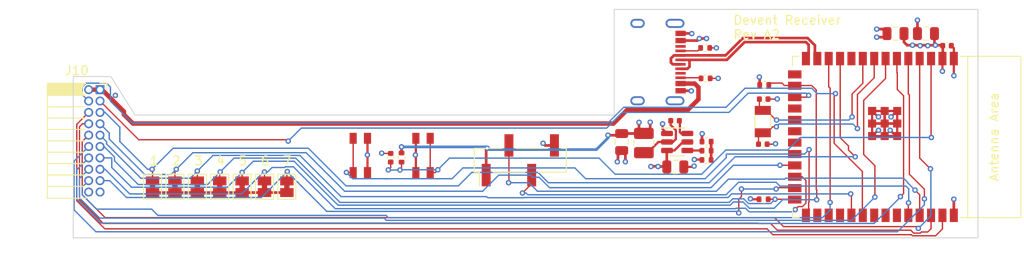
<source format=kicad_pcb>
(kicad_pcb (version 20240108) (generator "pcbnew") (generator_version "8.0")
  (layers (0 "F.Cu" signal) (1 "In1.Cu" signal) (2 "In2.Cu" signal) (31 "B.Cu" signal) (34 "B.Paste" user) (35 "F.Paste" user) (36 "B.SilkS" user "B.Silkscreen") (37 "F.SilkS" user "F.Silkscreen") (38 "B.Mask" user) (39 "F.Mask" user) (44 "Edge.Cuts" user))
  (net 0 "")
  (net 1 "+5V")
  (net 3 "/PWM_RCV_1")
  (net 5 "GND")
  (net 6 "/DOG_1")
  (net 8 "/PWM_RCV_2")
  (net 10 "/DOG_2")
  (net 12 "/PWM_RCV_3")
  (net 14 "/DOG_3")
  (net 18 "+3.3V")
  (net 19 "/DOG_5")
  (net 20 "/DOG_4")
  (net 21 "Net-(U2-GPIO19{slash}U1RTS{slash}ADC2_CH8{slash}CLK_OUT2{slash}USB_D-)")
  (net 22 "Net-(U2-GPIO20{slash}U1CTS{slash}ADC2_CH9{slash}CLK_OUT1{slash}USB_D+)")
  (net 23 "/PWM_RCV_5")
  (net 27 "/PWM_RCV_4")
  (net 28 "/PWM_RCV_6")
  (net 29 "/DOG_6")
  (net 30 "Net-(J6-CC2)")
  (net 31 "Net-(J6-CC1)")
  (net 32 "Net-(J8-Pin_3)")
  (net 33 "Net-(J8-Pin_2)")
  (net 36 "Net-(U1-SW)")
  (net 37 "Net-(U1-FB)")
  (net 39 "Net-(R6-Pad1)")
  (net 40 "Net-(U1-BS)")
  (net 41 "Net-(U2-EN)")
  (net 42 "Net-(U2-GPIO15{slash}U0RTS{slash}ADC2_CH4{slash}XTAL_32K_P)")
  (net 43 "Net-(U2-GPIO16{slash}U0CTS{slash}ADC2_CH5{slash}XTAL_32K_N)")
  (net 44 "Net-(U2-GPIO0{slash}BOOT)")
  (net 45 "Net-(JP10-B)")
  (net 46 "/DOG_7")
  (net 47 "/PWM_SEND")
  (net 48 "/PWM_RCV_7")
  (net 49 "/INDICATOR")
  (footprint "Jumper:SolderJumper-2_P1.3mm_Bridged_Pad1.0x1.5mm" (layer "F.Cu") (at 71.35 66.3 -90)
    (property "Reference" "JP13" (hide yes))
    (property "Value" "Jumper_2_Bridged" (hide yes))
  )
  (footprint "Capacitor_SMD:C_0402_1005Metric" (layer "F.Cu") (at 85.44 63.06 -90)
    (property "Reference" "C3" (hide yes))
    (property "Value" "2.2u" (hide yes))
  )
  (footprint "Capacitor_SMD:C_0805_2012Metric" (layer "F.Cu") (at 111.22625 61.31 90)
    (property "Reference" "C7" (hide yes))
    (property "Value" "22u" (hide yes))
  )
  (footprint "Connector_PinHeader_2.54mm:PinHeader_1x04_P2.54mm_Vertical_SMD_Pin1Left" (layer "F.Cu") (at 99.91 63.345 90)
    (property "Reference" "J8" (hide yes))
    (property "Value" "Conn_01x04_Pin")
  )
  (footprint "Jumper:SolderJumper-2_P1.3mm_Bridged_Pad1.0x1.5mm" (layer "F.Cu") (at 68.85 66.3 -90)
    (property "Reference" "JP12" (hide yes))
    (property "Value" "Jumper_2_Bridged" (hide yes))
  )
  (footprint "Capacitor_SMD:C_0402_1005Metric" (layer "F.Cu") (at 147.55 50.55 180)
    (property "Reference" "C5" (hide yes))
    (property "Value" "100n" (hide yes))
  )
  (footprint "Capacitor_SMD:C_0805_2012Metric" (layer "F.Cu") (at 117.21625 64.08 180)
    (property "Reference" "C6" (hide yes))
    (property "Value" "22u" (hide yes))
  )
  (footprint "Inductor_SMD:L_1008_2520Metric" (layer "F.Cu") (at 113.70625 61.42 90)
    (property "Reference" "L1" (hide yes))
    (property "Value" "2.2uH" (hide yes))
  )
  (footprint "Resistor_SMD:R_0402_1005Metric" (layer "F.Cu") (at 127.075 67.695 180)
    (property "Reference" "R5" (hide yes))
    (property "Value" "10K" (hide yes))
  )
  (footprint "Resistor_SMD:R_0402_1005Metric" (layer "F.Cu") (at 86.65 63.04 -90)
    (property "Reference" "R1" (hide yes))
    (property "Value" "10K" (hide yes))
  )
  (footprint "Package_TO_SOT_SMD:SOT-23-6" (layer "F.Cu") (at 117.42625 61.3)
    (property "Reference" "U1" (hide yes))
    (property "Value" "TD8102" (hide yes))
  )
  (footprint "Resistor_SMD:R_0402_1005Metric" (layer "F.Cu") (at 127.145 54.925 180)
    (property "Reference" "R4" (hide yes))
    (property "Value" "10K" (hide yes))
  )
  (footprint "Devent:USB-C" (layer "F.Cu") (at 113 52.38 -90)
    (property "Reference" "J6" (hide yes))
    (property "Value" "USB_C_Receptacle_USB2.0" (hide yes))
  )
  (footprint "Capacitor_SMD:C_0402_1005Metric" (layer "F.Cu") (at 127.085 56.515 180)
    (property "Reference" "C1" (hide yes))
    (property "Value" "18pF" (hide yes))
  )
  (footprint "Devent:TSA343G0" (layer "F.Cu") (at 82.05 62.805 90)
    (property "Reference" "SW1" (hide yes))
    (property "Value" "SW_Push" (hide yes))
  )
  (footprint "Capacitor_SMD:C_0805_2012Metric" (layer "F.Cu") (at 141.8 49.2)
    (property "Reference" "C14" (hide yes))
    (property "Value" "22u" (hide yes))
  )
  (footprint "Capacitor_SMD:C_0805_2012Metric" (layer "F.Cu") (at 145.2 49.2)
    (property "Reference" "C4" (hide yes))
    (property "Value" "22u" (hide yes))
  )
  (footprint "Resistor_SMD:R_0402_1005Metric" (layer "F.Cu") (at 120.70125 63.305)
    (property "Reference" "R7" (hide yes))
    (property "Value" "13K" (hide yes))
  )
  (footprint "Resistor_SMD:R_0402_1005Metric" (layer "F.Cu") (at 120.55 50.8 180)
    (property "Reference" "R3" (hide yes))
    (property "Value" "5.1K" (hide yes))
  )
  (footprint "Devent:TSA343G0" (layer "F.Cu") (at 89.05 62.805 90)
    (property "Reference" "SW2" (hide yes))
    (property "Value" "SW_Push" (hide yes))
  )
  (footprint "Jumper:SolderJumper-2_P1.3mm_Bridged_Pad1.0x1.5mm" (layer "F.Cu") (at 66.35 66.3 -90)
    (property "Reference" "JP11" (hide yes))
    (property "Value" "Jumper_2_Bridged" (hide yes))
  )
  (footprint "Connector_PinSocket_1.27mm:PinSocket_2x10_P1.27mm_Horizontal" (layer "F.Cu") (at 52.99 55.46)
    (property "Reference" "J10")
    (property "Value" "Conn_02x10_Odd_Even")
  )
  (footprint "Jumper:SolderJumper-2_P1.3mm_Bridged_Pad1.0x1.5mm" (layer "F.Cu") (at 73.85 66.3 -90)
    (property "Reference" "JP14" (hide yes))
    (property "Value" "Jumper_2_Bridged" (hide yes))
  )
  (footprint "Crystal:Crystal_SMD_3215-2Pin_3.2x1.5mm" (layer "F.Cu") (at 126.985 59.025 -90)
    (property "Reference" "Y1" (hide yes))
    (property "Value" "Crystal" (hide yes))
  )
  (footprint "Jumper:SolderJumper-2_P1.3mm_Bridged_Pad1.0x1.5mm" (layer "F.Cu") (at 58.85 66.3 -90)
    (property "Reference" "JP8" (hide yes))
    (property "Value" "Jumper_2_Bridged" (hide yes))
  )
  (footprint "Capacitor_SMD:C_0402_1005Metric" (layer "F.Cu") (at 117.18625 58.93)
    (property "Reference" "C8" (hide yes))
    (property "Value" "100n" (hide yes))
  )
  (footprint "Resistor_SMD:R_0402_1005Metric" (layer "F.Cu") (at 120.70625 61.26 180)
    (property "Reference" "R6" (hide yes))
    (property "Value" "40.2K" (hide yes))
  )
  (footprint "PCM_Espressif:ESP32-S3-WROOM-1" (layer "F.Cu") (at 140.05 60.74 -90)
    (property "Reference" "U2" (hide yes))
    (property "Value" "ESP32-S3-WROOM-1" (hide yes))
  )
  (footprint "Capacitor_SMD:C_0402_1005Metric" (layer "F.Cu") (at 126.985 61.545)
    (property "Reference" "C2" (hide yes))
    (property "Value" "18pF" (hide yes))
  )
  (footprint "Jumper:SolderJumper-2_P1.3mm_Bridged_Pad1.0x1.5mm" (layer "F.Cu") (at 63.85 66.3 -90)
    (property "Reference" "JP10" (hide yes))
    (property "Value" "Jumper_2_Bridged" (hide yes))
  )
  (footprint "Resistor_SMD:R_0402_1005Metric" (layer "F.Cu") (at 120.70625 62.28)
    (property "Reference" "R8" (hide yes))
    (property "Value" "75K" (hide yes))
  )
  (footprint "Jumper:SolderJumper-2_P1.3mm_Bridged_Pad1.0x1.5mm" (layer "F.Cu") (at 61.35 66.3 -90)
    (property "Reference" "JP9" (hide yes))
    (property "Value" "Jumper_2_Bridged" (hide yes))
  )
  (footprint "Resistor_SMD:R_0402_1005Metric" (layer "F.Cu") (at 120.6 54.2 180)
    (property "Reference" "R2" (hide yes))
    (property "Value" "5.1K" (hide yes))
  )
  (gr_line (start 50 54) (end 54.2 54) (stroke (width 0.1)) (layer "Edge.Cuts"))
  (gr_line (start 110.4 58.3) (end 110.4 46.5) (stroke (width 0.1)) (layer "Edge.Cuts"))
  (gr_line (start 54.2 54) (end 56.9 58.3) (stroke (width 0.1)) (layer "Edge.Cuts"))
  (gr_line (start 50 54) (end 50 72) (stroke (width 0.1)) (layer "Edge.Cuts"))
  (gr_line (start 110.4 46.5) (end 151 46.5) (stroke (width 0.1)) (layer "Edge.Cuts"))
  (gr_line (start 56.9 58.3) (end 110.4 58.3) (stroke (width 0.1)) (layer "Edge.Cuts"))
  (gr_line (start 50 72) (end 151 72) (stroke (width 0.1)) (layer "Edge.Cuts"))
  (gr_line (start 151 46.5) (end 151 72) (stroke (width 0.1)) (layer "Edge.Cuts"))
  (gr_text "Devent Receiver\nRev A2" (at 123.6 49.9 0) (layer "F.SilkS") (effects (font (size 1 1)) (justify left bottom)))
  (gr_text "1  2  3  4  5  6  7" (at 58.45 64 0) (layer "F.SilkS") (effects (font (size 1 1)) (justify left bottom)))
  (segment (start 117.805 54.78) (end 119.38 54.78) (width 0.5) (layer "F.Cu") (net 1))
  (segment (start 115.29125 64.04) (end 116.22625 64.04) (width 0.3) (layer "F.Cu") (net 1))
  (segment (start 119.9 49.75) (end 120.7 49.75) (width 0.3) (layer "F.Cu") (net 1))
  (segment (start 55.651471 57.9) (end 53.211471 55.46) (width 0.5) (layer "F.Cu") (net 1))
  (segment (start 53.211471 55.46) (end 52.99 55.46) (width 0.5) (layer "F.Cu") (net 1))
  (segment (start 55.651471 58.229818) (end 55.651471 57.9) (width 0.5) (layer "F.Cu") (net 1))
  (segment (start 114.51625 64.015) (end 115.26625 64.015) (width 0.3) (layer "F.Cu") (net 1))
  (segment (start 56.664867 59.243214) (end 55.651471 58.229818) (width 0.5) (layer "F.Cu") (net 1))
  (segment (start 118.09125 61.275) (end 118.10125 61.285) (width 0.25) (layer "F.Cu") (net 1))
  (segment (start 116.28875 62.25) (end 117.11625 62.25) (width 0.25) (layer "F.Cu") (net 1))
  (segment (start 116.22625 64.04) (end 116.26625 64.08) (width 0.3) (layer "F.Cu") (net 1))
  (segment (start 118.10125 61.285) (end 118.64125 61.285) (width 0.25) (layer "F.Cu") (net 1))
  (segment (start 110.306786 59.243214) (end 56.664867 59.243214) (width 0.5) (layer "F.Cu") (net 1))
  (segment (start 117.805 49.98) (end 119.67 49.98) (width 0.3) (layer "F.Cu") (net 1))
  (segment (start 111.85 57.7) (end 110.306786 59.243214) (width 0.5) (layer "F.Cu") (net 1))
  (segment (start 115.26625 64.015) (end 115.29125 64.04) (width 0.3) (layer "F.Cu") (net 1))
  (segment (start 116.26625 64.08) (end 116.26625 62.23) (width 0.3) (layer "F.Cu") (net 1))
  (segment (start 119.8 56.534704) (end 118.634704 57.7) (width 0.5) (layer "F.Cu") (net 1))
  (segment (start 119.38 54.78) (end 119.8 55.2) (width 0.5) (layer "F.Cu") (net 1))
  (segment (start 116.26625 62.23) (end 116.27125 62.225) (width 0.3) (layer "F.Cu") (net 1))
  (segment (start 118.634704 57.7) (end 111.85 57.7) (width 0.5) (layer "F.Cu") (net 1))
  (segment (start 114.49125 64.04) (end 114.51625 64.015) (width 0.3) (layer "F.Cu") (net 1))
  (segment (start 119.8 55.2) (end 119.8 56.534704) (width 0.5) (layer "F.Cu") (net 1))
  (segment (start 52.99 55.46) (end 51.72 55.46) (width 0.5) (layer "F.Cu") (net 1))
  (segment (start 117.11625 62.25) (end 118.09125 61.275) (width 0.25) (layer "F.Cu") (net 1))
  (segment (start 119.67 49.98) (end 119.9 49.75) (width 0.3) (layer "F.Cu") (net 1))
  (via (at 115.29125 64.04) (size 0.6) (drill 0.3) (layers "F.Cu" "B.Cu") (net 1))
  (via (at 119.9 49.75) (size 0.6) (drill 0.3) (layers "F.Cu" "B.Cu") (net 1))
  (via (at 114.49125 64.04) (size 0.6) (drill 0.3) (layers "F.Cu" "B.Cu") (net 1))
  (via (at 120.7 49.75) (size 0.6) (drill 0.3) (layers "F.Cu" "B.Cu") (net 1))
  (segment (start 136.55 61.75) (end 136.55 62.2) (width 0.15) (layer "F.Cu") (net 3))
  (segment (start 135.625 52.005) (end 135.625 60.825) (width 0.15) (layer "F.Cu") (net 3))
  (segment (start 135.61 51.99) (end 135.625 52.005) (width 0.15) (layer "F.Cu") (net 3))
  (segment (start 135.625 60.825) (end 136.55 61.75) (width 0.15) (layer "F.Cu") (net 3))
  (segment (start 136.55 62.2) (end 137.3 62.95) (width 0.15) (layer "F.Cu") (net 3))
  (segment (start 58.85 65.65) (end 58.85 64.4) (width 0.15) (layer "F.Cu") (net 3))
  (segment (start 58.85 64.4) (end 58.8 64.35) (width 0.15) (layer "F.Cu") (net 3))
  (via (at 137.3 62.95) (size 0.6) (drill 0.3) (layers "F.Cu" "B.Cu") (net 3))
  (via (at 58.8 64.35) (size 0.6) (drill 0.3) (layers "F.Cu" "B.Cu") (net 3))
  (segment (start 55.2 61.25) (end 55.2 59.65) (width 0.15) (layer "B.Cu") (net 3))
  (segment (start 58.8 64.35) (end 58.3 64.35) (width 0.15) (layer "B.Cu") (net 3))
  (segment (start 103.041701 65.85) (end 121 65.85) (width 0.15) (layer "B.Cu") (net 3))
  (segment (start 58.8 64.35) (end 61.15 62) (width 0.15) (layer "B.Cu") (net 3))
  (segment (start 93 66.2) (end 94.5 64.7) (width 0.15) (layer "B.Cu") (net 3))
  (segment (start 61.15 62) (end 76.25 62) (width 0.15) (layer "B.Cu") (net 3))
  (segment (start 58.3 64.35) (end 55.2 61.25) (width 0.15) (layer "B.Cu") (net 3))
  (segment (start 76.25 62) (end 80.45 66.2) (width 0.15) (layer "B.Cu") (net 3))
  (segment (start 53.55 58) (end 52.99 58) (width 0.15) (layer "B.Cu") (net 3))
  (segment (start 80.45 66.2) (end 93 66.2) (width 0.15) (layer "B.Cu") (net 3))
  (segment (start 94.5 64.7) (end 101.891701 64.7) (width 0.15) (layer "B.Cu") (net 3))
  (segment (start 101.891701 64.7) (end 103.041701 65.85) (width 0.15) (layer "B.Cu") (net 3))
  (segment (start 55.2 59.65) (end 53.55 58) (width 0.15) (layer "B.Cu") (net 3))
  (segment (start 121 65.85) (end 123.9 62.95) (width 0.15) (layer "B.Cu") (net 3))
  (segment (start 123.9 62.95) (end 137.3 62.95) (width 0.15) (layer "B.Cu") (net 3))
  (segment (start 110.74125 63.515) (end 110.81125 63.445) (width 0.3) (layer "F.Cu") (net 5))
  (segment (start 82.84 62.75) (end 82.85 62.74) (width 0.25) (layer "F.Cu") (net 5))
  (segment (start 82.84 62.75) (end 82.85 62.76) (width 0.25) (layer "F.Cu") (net 5))
  (segment (start 111.64125 62.575) (end 111.64125 63.505) (width 0.3) (layer "F.Cu") (net 5))
  (segment (start 139.19 59.24) (end 141.94 59.24) (width 0.3) (layer "F.Cu") (net 5))
  (segment (start 148.31 50.83) (end 148.03 50.55) (width 0.25) (layer "F.Cu") (net 5))
  (segment (start 148.31 69.49) (end 148.31 67.69) (width 0.3) (layer "F.Cu") (net 5))
  (segment (start 141.99 60.59) (end 142.1 60.7) (width 0.25) (layer "F.Cu") (net 5))
  (segment (start 121.11 54.2) (end 122 54.2) (width 0.15) (layer "F.Cu") (net 5))
  (segment (start 139.19 60.64) (end 139.19 58.01) (width 0.25) (layer "F.Cu") (net 5))
  (segment (start 82.85 62.74) (end 82.85 60.8925) (width 0.25) (layer "F.Cu") (net 5))
  (segment (start 140.59 57.84) (end 140.59 60.69) (width 0.3) (layer "F.Cu") (net 5))
  (segment (start 139.9 58.5) (end 139.85 58.5) (width 0.25) (layer "F.Cu") (net 5))
  (segment (start 140.59 60.69) (end 140.6 60.7) (width 0.3) (layer "F.Cu") (net 5))
  (segment (start 139.83 60) (end 139.19 60.64) (width 0.25) (layer "F.Cu") (net 5))
  (segment (start 140.45 49.6) (end 140.85 49.2) (width 0.3) (layer "F.Cu") (net 5))
  (segment (start 120.15125 63.265) (end 120.19125 63.305) (width 0.25) (layer "F.Cu") (net 5))
  (segment (start 139.7 49.6) (end 140.45 49.6) (width 0.3) (layer "F.Cu") (net 5))
  (segment (start 119.03 49.18) (end 119.05 49.2) (width 0.3) (layer "F.Cu") (net 5))
  (segment (start 126.635 54.925) (end 126.635 54.085) (width 0.3) (layer "F.Cu") (net 5))
  (segment (start 141.94 59.24) (end 142 59.3) (width 0.3) (layer "F.Cu") (net 5))
  (segment (start 141.84 60.64) (end 141.99 60.64) (width 0.25) (layer "F.Cu") (net 5))
  (segment (start 144.25 49.2) (end 144.25 47.7) (width 0.3) (layer "F.Cu") (net 5))
  (segment (start 125.644846 67.695) (end 125.599846 67.65) (width 0.25) (layer "F.Cu") (net 5))
  (segment (start 103.72 61.69) (end 102.69 61.69) (width 0.3) (layer "F.Cu") (net 5))
  (segment (start 110.81125 62.775) (end 111.25125 62.335) (width 0.3) (layer "F.Cu") (net 5))
  (segment (start 111.47125 62.405) (end 111.64125 62.575) (width 0.3) (layer "F.Cu") (net 5))
  (segment (start 116.28875 60.35) (end 115.789844 59.851094) (width 0.25) (layer "F.Cu") (net 5))
  (segment (start 127.465 61.545) (end 128.355 61.545) (width 0.15) (layer "F.Cu") (net 5))
  (segment (start 88.25 62.7) (end 88.25 60.8925) (width 0.25) (layer "F.Cu") (net 5))
  (segment (start 121.8 50.8) (end 121.06 50.8) (width 0.15) (layer "F.Cu") (net 5))
  (segment (start 141.96 57.84) (end 141.99 57.84) (width 0.25) (layer "F.Cu") (net 5))
  (segment (start 88.2 62.75) (end 88.25 62.8) (width 0.25) (layer "F.Cu") (net 5))
  (segment (start 88.25 62.8) (end 88.25 64.7175) (width 0.25) (layer "F.Cu") (net 5))
  (segment (start 117.805 49.18) (end 119.03 49.18) (width 0.3) (layer "F.Cu") (net 5))
  (segment (start 139.24 60.64) (end 139.2 60.6) (width 0.25) (layer "F.Cu") (net 5))
  (segment (start 141.99 57.84) (end 141.99 60.59) (width 0.25) (layer "F.Cu") (net 5))
  (segment (start 148.31 53.89) (end 148.32 53.9) (width 0.25) (layer "F.Cu") (net 5))
  (segment (start 139.19 57.84) (end 142.16 57.84) (width 0.25) (layer "F.Cu") (net 5))
  (segment (start 139.19 58.01) (end 139.2 58) (width 0.25) (layer "F.Cu") (net 5))
  (segment (start 115.789844 59.851094) (end 115.789844 59.278835) (width 0.25) (layer "F.Cu") (net 5))
  (segment (start 102.69 61.69) (end 102.45 61.45) (width 0.3) (layer "F.Cu") (net 5))
  (segment (start 139.9 60) (end 139.83 60) (width 0.25) (layer "F.Cu") (net 5))
  (segment (start 126.635 54.085) (end 126.6 54.05) (width 0.3) (layer "F.Cu") (net 5))
  (segment (start 141.2 60) (end 141.84 60.64) (width 0.25) (layer "F.Cu") (net 5))
  (segment (start 128.585 56.515) (end 128.6 56.5) (width 0.15) (layer "F.Cu") (net 5))
  (segment (start 117.805 55.58) (end 118.98 55.58) (width 0.3) (layer "F.Cu") (net 5))
  (segment (start 119.220309 64.08) (end 119.310309 63.99) (width 0.25) (layer "F.Cu") (net 5))
  (segment (start 141.3 58.5) (end 141.96 57.84) (width 0.25) (layer "F.Cu") (net 5))
  (segment (start 82.85 62.76) (end 82.85 64.7175) (width 0.25) (layer "F.Cu") (net 5))
  (segment (start 148.31 51.99) (end 148.31 53.89) (width 0.25) (layer "F.Cu") (net 5))
  (segment (start 118.16625 64.08) (end 119.220309 64.08) (width 0.25) (layer "F.Cu") (net 5))
  (segment (start 84.47 62.58) (end 84.435 62.545) (width 0.15) (layer "F.Cu") (net 5))
  (segment (start 127.565 56.515) (end 128.585 56.515) (width 0.15) (layer "F.Cu") (net 5))
  (segment (start 142.16 57.84) (end 142.2 57.8) (width 0.25) (layer "F.Cu") (net 5))
  (segment (start 139.85 58.5) (end 139.19 57.84) (width 0.25) (layer "F.Cu") (net 5))
  (segment (start 139.7 48.7) (end 140.35 48.7) (width 0.3) (layer "F.Cu") (net 5))
  (segment (start 141.99 60.64) (end 139.24 60.64) (width 0.25) (layer "F.Cu") (net 5))
  (segment (start 140.35 48.7) (end 140.85 49.2) (width 0.3) (layer "F.Cu") (net 5))
  (segment (start 126.565 67.695) (end 125.644846 67.695) (width 0.25) (layer "F.Cu") (net 5))
  (segment (start 119.34125 63.265) (end 120.15125 63.265) (width 0.25) (layer "F.Cu") (net 5))
  (segment (start 110.81125 63.445) (end 110.81125 62.775) (width 0.3) (layer "F.Cu") (net 5))
  (segment (start 118.98 55.58) (end 119 55.6) (width 0.3) (layer "F.Cu") (net 5))
  (segment (start 85.44 62.58) (end 84.47 62.58) (width 0.15) (layer "F.Cu") (net 5))
  (segment (start 128.355 61.545) (end 128.4 61.5) (width 0.15) (layer "F.Cu") (net 5))
  (segment (start 148.31 51.99) (end 148.31 50.83) (width 0.25) (layer "F.Cu") (net 5))
  (segment (start 88.2 62.75) (end 88.25 62.7) (width 0.25) (layer "F.Cu") (net 5))
  (via (at 141.2 60) (size 0.6) (drill 0.3) (layers "F.Cu" "B.Cu") (net 5))
  (via (at 111.64125 63.505) (size 0.6) (drill 0.3) (layers "F.Cu" "B.Cu") (net 5))
  (via (at 141.3 58.5) (size 0.6) (drill 0.3) (layers "F.Cu" "B.Cu") (net 5))
  (via (at 119.05 49.2) (size 0.6) (drill 0.3) (layers "F.Cu" "B.Cu") (net 5))
  (via (at 110.74125 63.515) (size 0.6) (drill 0.3) (layers "F.Cu" "B.Cu") (net 5))
  (via (at 139.7 48.7) (size 0.6) (drill 0.3) (layers "F.Cu" "B.Cu") (net 5))
  (via (at 119.34125 63.265) (size 0.6) (drill 0.3) (layers "F.Cu" "B.Cu") (net 5))
  (via (at 148.32 53.9) (size 0.6) (drill 0.3) (layers "F.Cu" "B.Cu") (net 5))
  (via (at 119 55.6) (size 0.6) (drill 0.3) (layers "F.Cu" "B.Cu") (net 5))
  (via (at 126.6 54.05) (size 0.6) (drill 0.3) (layers "F.Cu" "B.Cu") (net 5))
  (via (at 148.31 67.69) (size 0.6) (drill 0.3) (layers "F.Cu" "B.Cu") (net 5))
  (via (at 139.7 49.6) (size 0.6) (drill 0.3) (layers "F.Cu" "B.Cu") (net 5))
  (via (at 88.2 62.75) (size 0.6) (drill 0.3) (layers "F.Cu" "B.Cu") (net 5))
  (via (at 54.7 56.1) (size 0.6) (drill 0.3) (layers "F.Cu" "B.Cu") (net 5))
  (via (at 84.435 62.545) (size 0.6) (drill 0.3) (layers "F.Cu" "B.Cu") (net 5))
  (via (at 128.4 61.5) (size 0.6) (drill 0.3) (layers "F.Cu" "B.Cu") (net 5))
  (via (at 102.45 61.45) (size 0.6) (drill 0.3) (layers "F.Cu" "B.Cu") (net 5))
  (via (at 139.9 58.5) (size 0.6) (drill 0.3) (layers "F.Cu" "B.Cu") (net 5))
  (via (at 128.6 56.5) (size 0.6) (drill 0.3) (layers "F.Cu" "B.Cu") (net 5))
  (via (at 121.8 50.8) (size 0.6) (drill 0.3) (layers "F.Cu" "B.Cu") (net 5))
  (via (at 125.599846 67.65) (size 0.6) (drill 0.3) (layers "F.Cu" "B.Cu") (net 5))
  (via (at 122 54.2) (size 0.6) (drill 0.3) (layers "F.Cu" "B.Cu") (net 5))
  (via (at 82.84 62.75) (size 0.6) (drill 0.3) (layers "F.Cu" "B.Cu") (net 5))
  (via (at 119.310309 63.99) (size 0.6) (drill 0.3) (layers "F.Cu" "B.Cu") (net 5))
  (via (at 115.789844 59.278835) (size 0.6) (drill 0.3) (layers "F.Cu" "B.Cu") (net 5))
  (via (at 144.25 47.7) (size 0.6) (drill 0.3) (layers "F.Cu" "B.Cu") (net 5))
  (via (at 139.9 60) (size 0.6) (drill 0.3) (layers "F.Cu" "B.Cu") (net 5))
  (segment (start 128.1 71.65) (end 143.575736 71.65) (width 0.15) (layer "F.Cu") (net 6))
  (segment (start 147.04 71.01) (end 147.04 69.49) (width 0.15) (layer "F.Cu") (net 6))
  (segment (start 146.275 71.775) (end 147.04 71.01) (width 0.15) (layer "F.Cu") (net 6))
  (segment (start 143.700736 71.775) (end 146.275 71.775) (width 0.15) (layer "F.Cu") (net 6))
  (segment (start 50.395 59.325) (end 50.395 67.869264) (width 0.15) (layer "F.Cu") (net 6))
  (segment (start 50.395 67.869264) (end 53.525736 71) (width 0.15) (layer "F.Cu") (net 6))
  (segment (start 53.525736 71) (end 127.45 71) (width 0.15) (layer "F.Cu") (net 6))
  (segment (start 143.575736 71.65) (end 143.700736 71.775) (width 0.15) (layer "F.Cu") (net 6))
  (segment (start 127.45 71) (end 128.1 71.65) (width 0.15) (layer "F.Cu") (net 6))
  (segment (start 51.72 58) (end 50.395 59.325) (width 0.15) (layer "F.Cu") (net 6))
  (segment (start 61.35 64.5) (end 61.5 64.35) (width 0.15) (layer "F.Cu") (net 8))
  (segment (start 130.4 63.9) (end 128.900002 63.9) (width 0.15) (layer "F.Cu") (net 8))
  (segment (start 61.35 65.65) (end 61.35 64.5) (width 0.15) (layer "F.Cu") (net 8))
  (via (at 61.5 64.35) (size 0.6) (drill 0.3) (layers "F.Cu" "B.Cu") (net 8))
  (via (at 128.900002 63.9) (size 0.6) (drill 0.3) (layers "F.Cu" "B.Cu") (net 8))
  (segment (start 97.5 65) (end 101.042563 65) (width 0.15) (layer "B.Cu") (net 8))
  (segment (start 76 62.5) (end 80.3 66.8) (width 0.15) (layer "B.Cu") (net 8))
  (segment (start 54.015 60.965) (end 54.015 60.295) (width 0.15) (layer "B.Cu") (net 8))
  (segment (start 95.7 66.8) (end 97.5 65) (width 0.15) (layer "B.Cu") (net 8))
  (segment (start 54.015 60.295) (end 52.99 59.27) (width 0.15) (layer "B.Cu") (net 8))
  (segment (start 61.5 64.35) (end 60.925 64.925) (width 0.15) (layer "B.Cu") (net 8))
  (segment (start 103.167437 66.4) (end 121.2 66.4) (width 0.15) (layer "B.Cu") (net 8))
  (segment (start 123.7 63.9) (end 128.900002 63.9) (width 0.15) (layer "B.Cu") (net 8))
  (segment (start 57.975 64.925) (end 54.015 60.965) (width 0.15) (layer "B.Cu") (net 8))
  (segment (start 102.012437 65.245) (end 103.167437 66.4) (width 0.15) (layer "B.Cu") (net 8))
  (segment (start 101.287563 65.245) (end 102.012437 65.245) (width 0.15) (layer "B.Cu") (net 8))
  (segment (start 61.5 64.35) (end 63.35 62.5) (width 0.15) (layer "B.Cu") (net 8))
  (segment (start 101.042563 65) (end 101.287563 65.245) (width 0.15) (layer "B.Cu") (net 8))
  (segment (start 80.3 66.8) (end 95.7 66.8) (width 0.15) (layer "B.Cu") (net 8))
  (segment (start 60.925 64.925) (end 57.975 64.925) (width 0.15) (layer "B.Cu") (net 8))
  (segment (start 121.2 66.4) (end 123.7 63.9) (width 0.15) (layer "B.Cu") (net 8))
  (segment (start 63.35 62.5) (end 76 62.5) (width 0.15) (layer "B.Cu") (net 8))
  (segment (start 128.6 71.15) (end 127.85 70.4) (width 0.15) (layer "F.Cu") (net 10))
  (segment (start 51.03 59.27) (end 51.72 59.27) (width 0.15) (layer "F.Cu") (net 10))
  (segment (start 144.692463 71.35) (end 144.567463 71.475) (width 0.15) (layer "F.Cu") (net 10))
  (segment (start 145.77 70.98) (end 145.4 71.35) (width 0.15) (layer "F.Cu") (net 10))
  (segment (start 145.77 69.49) (end 145.77 70.98) (width 0.15) (layer "F.Cu") (net 10))
  (segment (start 53.35 70.4) (end 50.695 67.745) (width 0.15) (layer "F.Cu") (net 10))
  (segment (start 144.567463 71.475) (end 143.825 71.475) (width 0.15) (layer "F.Cu") (net 10))
  (segment (start 127.85 70.4) (end 53.35 70.4) (width 0.15) (layer "F.Cu") (net 10))
  (segment (start 143.5 71.15) (end 128.6 71.15) (width 0.15) (layer "F.Cu") (net 10))
  (segment (start 50.695 59.605) (end 51.03 59.27) (width 0.15) (layer "F.Cu") (net 10))
  (segment (start 50.695 67.745) (end 50.695 59.605) (width 0.15) (layer "F.Cu") (net 10))
  (segment (start 145.4 71.35) (end 144.692463 71.35) (width 0.15) (layer "F.Cu") (net 10))
  (segment (start 143.825 71.475) (end 143.5 71.15) (width 0.15) (layer "F.Cu") (net 10))
  (segment (start 63.85 65.65) (end 63.85 64.55) (width 0.15) (layer "F.Cu") (net 12))
  (segment (start 136.88 67.18) (end 136.8 67.1) (width 0.15) (layer "F.Cu") (net 12))
  (segment (start 136.88 69.49) (end 136.88 67.18) (width 0.15) (layer "F.Cu") (net 12))
  (via (at 63.85 64.55) (size 0.6) (drill 0.3) (layers "F.Cu" "B.Cu") (net 12))
  (via (at 136.8 67.1) (size 0.6) (drill 0.3) (layers "F.Cu" "B.Cu") (net 12))
  (segment (start 100.367463 67.525) (end 100.392463 67.5) (width 0.15) (layer "B.Cu") (net 12))
  (segment (start 63.85 64.55) (end 65.6 62.8) (width 0.15) (layer "B.Cu") (net 12))
  (segment (start 65.6 62.8) (end 75.3 62.8) (width 0.15) (layer "B.Cu") (net 12))
  (segment (start 96.15 67.4) (end 96.275 67.525) (width 0.15) (layer "B.Cu") (net 12))
  (segment (start 123.1 67.5) (end 123.5 67.1) (width 0.15) (layer "B.Cu") (net 12))
  (segment (start 75.3 62.8) (end 79.9 67.4) (width 0.15) (layer "B.Cu") (net 12))
  (segment (start 123.5 67.1) (end 136.8 67.1) (width 0.15) (layer "B.Cu") (net 12))
  (segment (start 96.275 67.525) (end 100.367463 67.525) (width 0.15) (layer "B.Cu") (net 12))
  (segment (start 53.715 61.265) (end 52.99 60.54) (width 0.15) (layer "B.Cu") (net 12))
  (segment (start 57.55 65.35) (end 53.715 61.515) (width 0.15) (layer "B.Cu") (net 12))
  (segment (start 63.05 65.35) (end 57.55 65.35) (width 0.15) (layer "B.Cu") (net 12))
  (segment (start 63.85 64.55) (end 63.05 65.35) (width 0.15) (layer "B.Cu") (net 12))
  (segment (start 53.715 61.515) (end 53.715 61.265) (width 0.15) (layer "B.Cu") (net 12))
  (segment (start 79.9 67.4) (end 96.15 67.4) (width 0.15) (layer "B.Cu") (net 12))
  (segment (start 100.392463 67.5) (end 123.1 67.5) (width 0.15) (layer "B.Cu") (net 12))
  (segment (start 53.554695 69.75) (end 50.995 67.190305) (width 0.15) (layer "F.Cu") (net 14))
  (segment (start 144.5 63.1) (end 144.5 51.99) (width 0.15) (layer "F.Cu") (net 14))
  (segment (start 128.3 69.75) (end 53.554695 69.75) (width 0.15) (layer "F.Cu") (net 14))
  (segment (start 50.995 67.190305) (end 50.995 61.265) (width 0.15) (layer "F.Cu") (net 14))
  (segment (start 144.35 70.95) (end 144.15 70.75) (width 0.15) (layer "F.Cu") (net 14))
  (segment (start 50.995 61.265) (end 51.72 60.54) (width 0.15) (layer "F.Cu") (net 14))
  (segment (start 144.15 70.75) (end 129.3 70.75) (width 0.15) (layer "F.Cu") (net 14))
  (segment (start 129.3 70.75) (end 128.3 69.75) (width 0.15) (layer "F.Cu") (net 14))
  (segment (start 145.7 64.3) (end 144.5 63.1) (width 0.15) (layer "F.Cu") (net 14))
  (via (at 145.7 64.3) (size 0.6) (drill 0.3) (layers "F.Cu" "B.Cu") (net 14))
  (via (at 144.35 70.95) (size 0.6) (drill 0.3) (layers "F.Cu" "B.Cu") (net 14))
  (segment (start 145.7 64.3) (end 145.75 64.35) (width 0.15) (layer "B.Cu") (net 14))
  (segment (start 145.75 64.35) (end 145.75 69.55) (width 0.15) (layer "B.Cu") (net 14))
  (segment (start 145.75 69.55) (end 144.35 70.95) (width 0.15) (layer "B.Cu") (net 14))
  (segment (start 147.08 50.56) (end 147.08 51.94) (width 0.3) (layer "F.Cu") (net 18))
  (segment (start 120.19625 60.39) (end 120.21125 60.375) (width 0.3) (layer "F.Cu") (net 18))
  (segment (start 96.2 62) (end 96.1 62.1) (width 0.3) (layer "F.Cu") (net 18))
  (segment (start 146.15 49.2) (end 146.15 50.4) (width 0.3) (layer "F.Cu") (net 18))
  (segment (start 143.1 50.5) (end 142.75 50.15) (width 0.3) (layer "F.Cu") (net 18))
  (segment (start 111.03625 60.55) (end 111.22625 60.36) (width 0.3) (layer "F.Cu") (net 18))
  (segment (start 114.29625 60.36) (end 114.41125 60.245) (width 0.3) (layer "F.Cu") (net 18))
  (segment (start 146.25 50.5) (end 143.1 50.5) (width 0.3) (layer "F.Cu") (net 18))
  (segment (start 142.75 50.15) (end 142.75 49.2) (width 0.3) (layer "F.Cu") (net 18))
  (segment (start 120.19625 61.26) (end 120.19625 60.39) (width 0.3) (layer "F.Cu") (net 18))
  (segment (start 114.41125 60.245) (end 114.41125 59.095) (width 0.3) (layer "F.Cu") (net 18))
  (segment (start 86.65 62.53) (end 86.65 61.85) (width 0.3) (layer "F.Cu") (net 18))
  (segment (start 147.04 53.4) (end 147.04 51.99) (width 0.25) (layer "F.Cu") (net 18))
  (segment (start 111.22625 60.36) (end 114.29625 60.36) (width 0.3) (layer "F.Cu") (net 18))
  (segment (start 146.25 50.5) (end 147.02 50.5) (width 0.3) (layer "F.Cu") (net 18))
  (segment (start 96.1 62.1) (end 96.1 65) (width 0.3) (layer "F.Cu") (net 18))
  (segment (start 111.22125 60.345) (end 111.20125 60.325) (width 0.25) (layer "F.Cu") (net 18))
  (segment (start 109.7 60.55) (end 111.03625 60.55) (width 0.3) (layer "F.Cu") (net 18))
  (segment (start 146.15 50.4) (end 146.25 50.5) (width 0.3) (layer "F.Cu") (net 18))
  (segment (start 113.16125 59.115) (end 113.16125 60.315) (width 0.3) (layer "F.Cu") (net 18))
  (segment (start 147.02 50.5) (end 147.08 50.56) (width 0.3) (layer "F.Cu") (net 18))
  (segment (start 113.70625 60.345) (end 111.22125 60.345) (width 0.25) (layer "F.Cu") (net 18))
  (segment (start 113.16125 60.315) (end 113.28125 60.435) (width 0.3) (layer "F.Cu") (net 18))
  (via (at 147.04 53.4) (size 0.6) (drill 0.3) (layers "F.Cu" "B.Cu") (net 18))
  (via (at 109.7 60.55) (size 0.6) (drill 0.3) (layers "F.Cu" "B.Cu") (net 18))
  (via (at 96.2 62) (size 0.6) (drill 0.3) (layers "F.Cu" "B.Cu") (net 18))
  (via (at 145.4 50.55) (size 0.6) (drill 0.3) (layers "F.Cu" "B.Cu") (net 18))
  (via (at 146.25 50.5) (size 0.6) (drill 0.3) (layers "F.Cu" "B.Cu") (net 18))
  (via (at 144.55 50.55) (size 0.6) (drill 0.3) (layers "F.Cu" "B.Cu") (net 18))
  (via (at 86.65 61.85) (size 0.6) (drill 0.3) (layers "F.Cu" "B.Cu") (net 18))
  (via (at 114.41125 59.095) (size 0.6) (drill 0.3) (layers "F.Cu" "B.Cu") (net 18))
  (via (at 120.21125 60.375) (size 0.6) (drill 0.3) (layers "F.Cu" "B.Cu") (net 18))
  (via (at 143.7 50.5) (size 0.6) (drill 0.3) (layers "F.Cu" "B.Cu") (net 18))
  (via (at 113.16125 59.115) (size 0.6) (drill 0.3) (layers "F.Cu" "B.Cu") (net 18))
  (segment (start 108.4 62.15) (end 109.7 60.85) (width 0.3) (layer "B.Cu") (net 18))
  (segment (start 96.05 61.85) (end 96.2 62) (width 0.3) (layer "B.Cu") (net 18))
  (segment (start 109.7 60.85) (end 109.7 60.55) (width 0.3) (layer "B.Cu") (net 18))
  (segment (start 96.3 62) (end 96.45 62.15) (width 0.3) (layer "B.Cu") (net 18))
  (segment (start 86.65 61.85) (end 96.05 61.85) (width 0.3) (layer "B.Cu") (net 18))
  (segment (start 96.45 62.15) (end 108.4 62.15) (width 0.3) (layer "B.Cu") (net 18))
  (segment (start 96.2 62) (end 96.3 62) (width 0.3) (layer "B.Cu") (net 18))
  (segment (start 142.7 56.142463) (end 142 55.442463) (width 0.15) (layer "F.Cu") (net 19))
  (segment (start 142 53.6) (end 141.96 53.56) (width 0.15) (layer "F.Cu") (net 19))
  (segment (start 142.7 67.05) (end 142.7 56.142463) (width 0.15) (layer "F.Cu") (net 19))
  (segment (start 142 55.442463) (end 142 53.6) (width 0.15) (layer "F.Cu") (net 19))
  (segment (start 142.35 67.4) (end 142.7 67.05) (width 0.15) (layer "F.Cu") (net 19))
  (segment (start 141.96 53.56) (end 141.96 51.99) (width 0.15) (layer "F.Cu") (net 19))
  (via (at 142.35 67.4) (size 0.6) (drill 0.3) (layers "F.Cu" "B.Cu") (net 19))
  (segment (start 139.4 70.4) (end 126.45 70.4) (width 0.15) (layer "B.Cu") (net 19))
  (segment (start 126.4 70.35) (end 53.075736 70.35) (width 0.15) (layer "B.Cu") (net 19))
  (segment (start 50.395 67.669264) (end 50.395 64.405) (width 0.15) (layer "B.Cu") (net 19))
  (segment (start 53.075736 70.35) (end 50.395 67.669264) (width 0.15) (layer "B.Cu") (net 19))
  (segment (start 126.45 70.4) (end 126.4 70.35) (width 0.15) (layer "B.Cu") (net 19))
  (segment (start 142.35 67.4) (end 142.35 67.45) (width 0.15) (layer "B.Cu") (net 19))
  (segment (start 50.395 64.405) (end 51.72 63.08) (width 0.15) (layer "B.Cu") (net 19))
  (segment (start 142.35 67.45) (end 139.4 70.4) (width 0.15) (layer "B.Cu") (net 19))
  (segment (start 143.35 56.05) (end 143.23 55.93) (width 0.15) (layer "F.Cu") (net 20))
  (segment (start 145.025 66.575) (end 143.35 64.9) (width 0.15) (layer "F.Cu") (net 20))
  (segment (start 145.025 67.65) (end 145.025 66.575) (width 0.15) (layer "F.Cu") (net 20))
  (segment (start 143.23 55.93) (end 143.23 51.99) (width 0.15) (layer "F.Cu") (net 20))
  (segment (start 143.35 64.9) (end 143.35 56.05) (width 0.15) (layer "F.Cu") (net 20))
  (via (at 145.025 67.65) (size 0.6) (drill 0.3) (layers "F.Cu" "B.Cu") (net 20))
  (segment (start 52.525 71.325) (end 50.095 68.895) (width 0.15) (layer "B.Cu") (net 20))
  (segment (start 145.025 68.325) (end 142.025 71.325) (width 0.15) (layer "B.Cu") (net 20))
  (segment (start 50.095 63.435) (end 51.72 61.81) (width 0.15) (layer "B.Cu") (net 20))
  (segment (start 50.095 68.895) (end 50.095 63.435) (width 0.15) (layer "B.Cu") (net 20))
  (segment (start 145.025 67.65) (end 145.025 68.325) (width 0.15) (layer "B.Cu") (net 20))
  (segment (start 142.025 71.325) (end 52.525 71.325) (width 0.15) (layer "B.Cu") (net 20))
  (segment (start 131.986396 49.7) (end 124.763604 49.7) (width 0.3) (layer "F.Cu") (net 21))
  (segment (start 117.07 51.63) (end 117.8 51.63) (width 0.3) (layer "F.Cu") (net 21))
  (segment (start 132.8 50.513604) (end 131.986396 49.7) (width 0.3) (layer "F.Cu") (net 21))
  (segment (start 116.725 51.975) (end 117.07 51.63) (width 0.3) (layer "F.Cu") (net 21))
  (segment (start 116.725 52.425) (end 116.725 51.975) (width 0.3) (layer "F.Cu") (net 21))
  (segment (start 117.8 52.63) (end 116.93 52.63) (width 0.3) (layer "F.Cu") (net 21))
  (segment (start 133.07 51.99) (end 132.8 51.72) (width 0.3) (layer "F.Cu") (net 21))
  (segment (start 122.833604 51.63) (end 117.8 51.63) (width 0.3) (layer "F.Cu") (net 21))
  (segment (start 132.8 51.72) (end 132.8 50.513604) (width 0.3) (layer "F.Cu") (net 21))
  (segment (start 124.763604 49.7) (end 122.833604 51.63) (width 0.3) (layer "F.Cu") (net 21))
  (segment (start 116.93 52.63) (end 116.725 52.425) (width 0.3) (layer "F.Cu") (net 21))
  (segment (start 118.57 53.13) (end 117.8 53.13) (width 0.3) (layer "F.Cu") (net 22))
  (segment (start 122.97 52.13) (end 117.8 52.13) (width 0.3) (layer "F.Cu") (net 22))
  (segment (start 131.8 51.99) (end 132.1 51.69) (width 0.3) (layer "F.Cu") (net 22))
  (segment (start 132.1 51.69) (end 132.1 50.45) (width 0.3) (layer "F.Cu") (net 22))
  (segment (start 124.95 50.15) (end 122.97 52.13) (width 0.3) (layer "F.Cu") (net 22))
  (segment (start 131.8 50.15) (end 124.95 50.15) (width 0.3) (layer "F.Cu") (net 22))
  (segment (start 118.8 52.18) (end 118.8 52.9) (width 0.3) (layer "F.Cu") (net 22))
  (segment (start 132.1 50.45) (end 131.8 50.15) (width 0.3) (layer "F.Cu") (net 22))
  (segment (start 118.8 52.9) (end 118.57 53.13) (width 0.3) (layer "F.Cu") (net 22))
  (segment (start 68.85 65.65) (end 68.85 64.7) (width 0.15) (layer "F.Cu") (net 23))
  (segment (start 127.555 54.725) (end 129.125 54.725) (width 0.15) (layer "F.Cu") (net 23))
  (segment (start 130.55 55.025) (end 130.525 55) (width 0.15) (layer "F.Cu") (net 23))
  (segment (start 132.95 66.6) (end 132.95 55.5) (width 0.15) (layer "F.Cu") (net 23))
  (segment (start 129.125 54.725) (end 129.4 55) (width 0.15) (layer "F.Cu") (net 23))
  (segment (start 132.45 55) (end 130.7 55) (width 0.15) (layer "F.Cu") (net 23))
  (segment (start 133 66.65) (end 132.95 66.6) (width 0.15) (layer "F.Cu") (net 23))
  (segment (start 68.8 65.6) (end 68.85 65.65) (width 0.15) (layer "F.Cu") (net 23))
  (segment (start 133 67.75) (end 133 66.65) (width 0.15) (layer "F.Cu") (net 23))
  (segment (start 132.95 55.5) (end 132.45 55) (width 0.15) (layer "F.Cu") (net 23))
  (segment (start 130.525 55) (end 129.4 55) (width 0.15) (layer "F.Cu") (net 23))
  (via (at 68.85 64.7) (size 0.6) (drill 0.3) (layers "F.Cu" "B.Cu") (net 23))
  (via (at 133 67.75) (size 0.6) (drill 0.3) (layers "F.Cu" "B.Cu") (net 23))
  (segment (start 128.25 68.7) (end 125.483119 68.7) (width 0.15) (layer "B.Cu") (net 23))
  (segment (start 79.55 68.35) (end 74.65 63.45) (width 0.15) (layer "B.Cu") (net 23))
  (segment (start 124.783119 68) (end 123.698528 68) (width 0.15) (layer "B.Cu") (net 23))
  (segment (start 68.85 64.7) (end 67.2 66.35) (width 0.15) (layer "B.Cu") (net 23))
  (segment (start 129.2 67.75) (end 128.25 68.7) (width 0.15) (layer "B.Cu") (net 23))
  (segment (start 54.3 63.1) (end 54.28 63.08) (width 0.15) (layer "B.Cu") (net 23))
  (segment (start 70.1 63.45) (end 68.85 64.7) (width 0.15) (layer "B.Cu") (net 23))
  (segment (start 54.28 63.08) (end 52.99 63.08) (width 0.15) (layer "B.Cu") (net 23))
  (segment (start 123.348528 68.35) (end 79.55 68.35) (width 0.15) (layer "B.Cu") (net 23))
  (segment (start 123.698528 68) (end 123.348528 68.35) (width 0.15) (layer "B.Cu") (net 23))
  (segment (start 74.65 63.45) (end 70.1 63.45) (width 0.15) (layer "B.Cu") (net 23))
  (segment (start 133 67.75) (end 129.2 67.75) (width 0.15) (layer "B.Cu") (net 23))
  (segment (start 56.5 66.35) (end 54.3 64.15) (width 0.15) (layer "B.Cu") (net 23))
  (segment (start 54.3 64.15) (end 54.3 63.1) (width 0.15) (layer "B.Cu") (net 23))
  (segment (start 125.483119 68.7) (end 124.783119 68) (width 0.15) (layer "B.Cu") (net 23))
  (segment (start 67.2 66.35) (end 56.5 66.35) (width 0.15) (layer "B.Cu") (net 23))
  (segment (start 128.35 67.695) (end 127.585 67.695) (width 0.15) (layer "F.Cu") (net 27))
  (segment (start 66.35 64.7) (end 66.4 64.65) (width 0.15) (layer "F.Cu") (net 27))
  (segment (start 66.35 65.65) (end 66.35 64.7) (width 0.15) (layer "F.Cu") (net 27))
  (segment (start 127.585 67.695) (end 130.52 67.695) (width 0.15) (layer "F.Cu") (net 27))
  (via (at 66.4 64.65) (size 0.6) (drill 0.3) (layers "F.Cu" "B.Cu") (net 27))
  (via (at 128.35 67.695) (size 0.6) (drill 0.3) (layers "F.Cu" "B.Cu") (net 27))
  (segment (start 66.4 64.65) (end 65 66.05) (width 0.15) (layer "B.Cu") (net 27))
  (segment (start 53.434264 61.81) (end 52.99 61.81) (width 0.15) (layer "B.Cu") (net 27))
  (segment (start 65 66.05) (end 57.25 66.05) (width 0.15) (layer "B.Cu") (net 27))
  (segment (start 74.825736 63.1) (end 67.95 63.1) (width 0.15) (layer "B.Cu") (net 27))
  (segment (start 79.775736 68.05) (end 74.825736 63.1) (width 0.15) (layer "B.Cu") (net 27))
  (segment (start 124.857383 67.65) (end 123.624264 67.65) (width 0.15) (layer "B.Cu") (net 27))
  (segment (start 127.87 68.175) (end 125.382383 68.175) (width 0.15) (layer "B.Cu") (net 27))
  (segment (start 57.25 66.05) (end 54.6 63.4) (width 0.15) (layer "B.Cu") (net 27))
  (segment (start 123.624264 67.65) (end 123.224264 68.05) (width 0.15) (layer "B.Cu") (net 27))
  (segment (start 54.6 63.4) (end 54.6 62.975736) (width 0.15) (layer "B.Cu") (net 27))
  (segment (start 128.35 67.695) (end 127.87 68.175) (width 0.15) (layer "B.Cu") (net 27))
  (segment (start 54.6 62.975736) (end 53.434264 61.81) (width 0.15) (layer "B.Cu") (net 27))
  (segment (start 123.224264 68.05) (end 79.775736 68.05) (width 0.15) (layer "B.Cu") (net 27))
  (segment (start 125.382383 68.175) (end 124.857383 67.65) (width 0.15) (layer "B.Cu") (net 27))
  (segment (start 67.95 63.1) (end 66.4 64.65) (width 0.15) (layer "B.Cu") (net 27))
  (segment (start 131.41 68.515) (end 131.8 68.125) (width 0.15) (layer "F.Cu") (net 28))
  (segment (start 130.935 68.515) (end 131.41 68.515) (width 0.15) (layer "F.Cu") (net 28))
  (segment (start 131.385 65.185) (end 130.55 65.185) (width 0.15) (layer "F.Cu") (net 28))
  (segment (start 131.8 65.6) (end 131.385 65.185) (width 0.15) (layer "F.Cu") (net 28))
  (segment (start 131.8 68.125) (end 131.8 65.6) (width 0.15) (layer "F.Cu") (net 28))
  (segment (start 130.6 68.85) (end 130.935 68.515) (width 0.15) (layer "F.Cu") (net 28))
  (segment (start 71.35 64.65) (end 71.35 65.65) (width 0.15) (layer "F.Cu") (net 28))
  (via (at 130.6 68.85) (size 0.6) (drill 0.3) (layers "F.Cu" "B.Cu") (net 28))
  (via (at 71.35 64.65) (size 0.6) (drill 0.3) (layers "F.Cu" "B.Cu") (net 28))
  (segment (start 71.7 64.65) (end 72.2 64.15) (width 0.15) (layer "B.Cu") (net 28))
  (segment (start 73.682537 64.075) (end 74.575 64.075) (width 0.15) (layer "B.Cu") (net 28))
  (segment (start 73.607537 64.15) (end 73.682537 64.075) (width 0.15) (layer "B.Cu") (net 28))
  (segment (start 71.35 64.65) (end 71.7 64.65) (width 0.15) (layer "B.Cu") (net 28))
  (segment (start 79.25 68.75) (end 123.95 68.75) (width 0.15) (layer "B.Cu") (net 28))
  (segment (start 130.35 69.1) (end 130.6 68.85) (width 0.15) (layer "B.Cu") (net 28))
  (segment (start 56.3 67.1) (end 53.55 64.35) (width 0.15) (layer "B.Cu") (net 28))
  (segment (start 74.575 64.075) (end 79.25 68.75) (width 0.15) (layer "B.Cu") (net 28))
  (segment (start 53.55 64.35) (end 52.99 64.35) (width 0.15) (layer "B.Cu") (net 28))
  (segment (start 124 68.7) (end 125.058855 68.7) (width 0.15) (layer "B.Cu") (net 28))
  (segment (start 68.8 67.1) (end 56.3 67.1) (width 0.15) (layer "B.Cu") (net 28))
  (segment (start 125.058855 68.7) (end 125.458855 69.1) (width 0.15) (layer "B.Cu") (net 28))
  (segment (start 72.2 64.15) (end 73.607537 64.15) (width 0.15) (layer "B.Cu") (net 28))
  (segment (start 123.95 68.75) (end 124 68.7) (width 0.15) (layer "B.Cu") (net 28))
  (segment (start 71.25 64.65) (end 68.8 67.1) (width 0.15) (layer "B.Cu") (net 28))
  (segment (start 125.458855 69.1) (end 130.35 69.1) (width 0.15) (layer "B.Cu") (net 28))
  (segment (start 71.35 64.65) (end 71.25 64.65) (width 0.15) (layer "B.Cu") (net 28))
  (segment (start 139.5 63.95) (end 138.25 62.7) (width 0.15) (layer "F.Cu") (net 29))
  (segment (start 139.5 67.45) (end 139.5 63.95) (width 0.15) (layer "F.Cu") (net 29))
  (segment (start 138.25 56.65) (end 140.69 54.21) (width 0.15) (layer "F.Cu") (net 29))
  (segment (start 140.69 54.21) (end 140.69 51.99) (width 0.15) (layer "F.Cu") (net 29))
  (segment (start 138.25 62.7) (end 138.25 56.65) (width 0.15) (layer "F.Cu") (net 29))
  (via (at 139.5 67.45) (size 0.6) (drill 0.3) (layers "F.Cu" "B.Cu") (net 29))
  (segment (start 136.9 70.05) (end 84.95 70.05) (width 0.15) (layer "B.Cu") (net 29))
  (segment (start 52.95 69.8) (end 84.7 69.8) (width 0.15) (layer "B.Cu") (net 29))
  (segment (start 51.72 64.35) (end 50.695 65.375) (width 0.15) (layer "B.Cu") (net 29))
  (segment (start 50.695 67.545) (end 52.95 69.8) (width 0.15) (layer "B.Cu") (net 29))
  (segment (start 139.5 67.45) (end 136.9 70.05) (width 0.15) (layer "B.Cu") (net 29))
  (segment (start 84.95 70.05) (end 84.7 69.8) (width 0.15) (layer "B.Cu") (net 29))
  (segment (start 50.695 65.375) (end 50.695 67.545) (width 0.15) (layer "B.Cu") (net 29))
  (segment (start 117.8 54.13) (end 120.02 54.13) (width 0.15) (layer "F.Cu") (net 30))
  (segment (start 120.02 54.13) (end 120.09 54.2) (width 0.15) (layer "F.Cu") (net 30))
  (segment (start 117.8 51.13) (end 119.71 51.13) (width 0.15) (layer "F.Cu") (net 31))
  (segment (start 119.71 51.13) (end 120.04 50.8) (width 0.15) (layer "F.Cu") (net 31))
  (segment (start 101.18 65.97) (end 101.18 65) (width 0.15) (layer "F.Cu") (net 32))
  (segment (start 143.23 68.12) (end 143.25 68.1) (width 0.15) (layer "F.Cu") (net 32))
  (segment (start 143.23 69.49) (end 143.23 68.12) (width 0.15) (layer "F.Cu") (net 32))
  (segment (start 100.15 67) (end 101.18 65.97) (width 0.15) (layer "F.Cu") (net 32))
  (via (at 143.25 68.1) (size 0.6) (drill 0.3) (layers "F.Cu" "B.Cu") (net 32))
  (via (at 100.15 67) (size 0.6) (drill 0.3) (layers "F.Cu" "B.Cu") (net 32))
  (segment (start 100.75 67.2) (end 100.55 67) (width 0.15) (layer "B.Cu") (net 32))
  (segment (start 142.967463 66.225) (end 128.891355 66.225) (width 0.15) (layer "B.Cu") (net 32))
  (segment (start 143.275 68.075) (end 143.275 66.532537) (width 0.15) (layer "B.Cu") (net 32))
  (segment (start 143.25 68.1) (end 143.275 68.075) (width 0.15) (layer "B.Cu") (net 32))
  (segment (start 124.275736 65.8) (end 122.875736 67.2) (width 0.15) (layer "B.Cu") (net 32))
  (segment (start 122.875736 67.2) (end 100.75 67.2) (width 0.15) (layer "B.Cu") (net 32))
  (segment (start 128.466355 65.8) (end 124.275736 65.8) (width 0.15) (layer "B.Cu") (net 32))
  (segment (start 128.891355 66.225) (end 128.466355 65.8) (width 0.15) (layer "B.Cu") (net 32))
  (segment (start 100.55 67) (end 100.15 67) (width 0.15) (layer "B.Cu") (net 32))
  (segment (start 143.275 66.532537) (end 142.967463 66.225) (width 0.15) (layer "B.Cu") (net 32))
  (segment (start 144.5 67.2) (end 144.5 69.49) (width 0.15) (layer "F.Cu") (net 33))
  (segment (start 98.64 65.81) (end 98.64 61.69) (width 0.15) (layer "F.Cu") (net 33))
  (segment (start 98.6 65.85) (end 98.64 65.81) (width 0.15) (layer "F.Cu") (net 33))
  (segment (start 143.975 66.675) (end 144.5 67.2) (width 0.15) (layer "F.Cu") (net 33))
  (via (at 98.6 65.85) (size 0.6) (drill 0.3) (layers "F.Cu" "B.Cu") (net 33))
  (via (at 143.975 66.675) (size 0.6) (drill 0.3) (layers "F.Cu" "B.Cu") (net 33))
  (segment (start 142.69038 65.34038) (end 129.526347 65.34038) (width 0.15) (layer "B.Cu") (net 33))
  (segment (start 100.874264 65.85) (end 98.6 65.85) (width 0.15) (layer "B.Cu") (net 33))
  (segment (start 143.15 65.8) (end 142.69038 65.34038) (width 0.15) (layer "B.Cu") (net 33))
  (segment (start 121.8 66.8) (end 101.824264 66.8) (width 0.15) (layer "B.Cu") (net 33))
  (segment (start 129.526347 65.34038) (end 129.416727 65.45) (width 0.15) (layer "B.Cu") (net 33))
  (segment (start 143.15 65.85) (end 143.15 65.8) (width 0.15) (layer "B.Cu") (net 33))
  (segment (start 143.975 66.675) (end 143.15 65.85) (width 0.15) (layer "B.Cu") (net 33))
  (segment (start 101.824264 66.8) (end 100.874264 65.85) (width 0.15) (layer "B.Cu") (net 33))
  (segment (start 129.416727 65.45) (end 123.15 65.45) (width 0.15) (layer "B.Cu") (net 33))
  (segment (start 123.15 65.45) (end 121.8 66.8) (width 0.15) (layer "B.Cu") (net 33))
  (segment (start 115.32625 61.3) (end 114.08125 62.545) (width 0.25) (layer "F.Cu") (net 36))
  (segment (start 116.95125 61.3) (end 117.27625 60.975) (width 0.25) (layer "F.Cu") (net 36))
  (segment (start 116.28875 61.3) (end 116.95125 61.3) (width 0.25) (layer "F.Cu") (net 36))
  (segment (start 117.27625 59.986396) (end 116.69125 59.401396) (width 0.25) (layer "F.Cu") (net 36))
  (segment (start 116.69125 59.401396) (end 116.69125 58.985) (width 0.25) (layer "F.Cu") (net 36))
  (segment (start 116.28875 61.3) (end 115.32625 61.3) (width 0.25) (layer "F.Cu") (net 36))
  (segment (start 117.27625 60.975) (end 117.27625 59.986396) (width 0.25) (layer "F.Cu") (net 36))
  (segment (start 118.56375 62.25) (end 119.93625 62.25) (width 0.25) (layer "F.Cu") (net 37))
  (segment (start 119.96625 62.28) (end 119.93625 62.25) (width 0.3) (layer "F.Cu") (net 37))
  (segment (start 120.19625 62.28) (end 119.96625 62.28) (width 0.3) (layer "F.Cu") (net 37))
  (segment (start 121.21625 63.34) (end 121.24125 63.365) (width 0.3) (layer "F.Cu") (net 39))
  (segment (start 121.21625 61.26) (end 121.21625 63.34) (width 0.3) (layer "F.Cu") (net 39))
  (segment (start 117.72625 60.2) (end 117.89125 60.365) (width 0.25) (layer "F.Cu") (net 40))
  (segment (start 117.89125 60.365) (end 118.44125 60.365) (width 0.25) (layer "F.Cu") (net 40))
  (segment (start 118.44125 60.365) (end 118.47125 60.335) (width 0.25) (layer "F.Cu") (net 40))
  (segment (start 117.66625 58.93) (end 117.72625 58.99) (width 0.25) (layer "F.Cu") (net 40))
  (segment (start 117.72625 58.99) (end 117.72625 60.172792) (width 0.25) (layer "F.Cu") (net 40))
  (segment (start 117.72625 60.172792) (end 117.72625 60.2) (width 0.25) (layer "F.Cu") (net 40))
  (segment (start 89.85 64.7175) (end 90.3875 64.7175) (width 0.15) (layer "F.Cu") (net 41))
  (segment (start 89.85 60.95) (end 89.895 60.905) (width 0.15) (layer "F.Cu") (net 41))
  (segment (start 86.65 63.55) (end 86.65 64.25912) (width 0.15) (layer "F.Cu") (net 41))
  (segment (start 145.8 60.8) (end 145.77 60.77) (width 0.15) (layer "F.Cu") (net 41))
  (segment (start 86.65 64.25912) (end 86.475853 64.433267) (width 0.15) (layer "F.Cu") (net 41))
  (segment (start 85.44 64.157097) (end 85.175853 64.421244) (width 0.15) (layer "F.Cu") (net 41))
  (segment (start 89.85 64.7175) (end 89.85 60.95) (width 0.15) (layer "F.Cu") (net 41))
  (segment (start 90.3875 64.7175) (end 90.7 64.405) (width 0.15) (layer "F.Cu") (net 41))
  (segment (start 85.44 63.54) (end 85.44 64.157097) (width 0.15) (layer "F.Cu") (net 41))
  (segment (start 145.77 60.77) (end 145.77 51.99) (width 0.15) (layer "F.Cu") (net 41))
  (via (at 145.8 60.8) (size 0.6) (drill 0.3) (layers "F.Cu" "B.Cu") (net 41))
  (via (at 90.7 64.405) (size 0.6) (drill 0.3) (layers "F.Cu" "B.Cu") (net 41))
  (via (at 85.175853 64.421244) (size 0.6) (drill 0.3) (layers "F.Cu" "B.Cu") (net 41))
  (via (at 86.475853 64.433267) (size 0.6) (drill 0.3) (layers "F.Cu" "B.Cu") (net 41))
  (segment (start 85.175853 64.421244) (end 85.187876 64.433267) (width 0.15) (layer "B.Cu") (net 41))
  (segment (start 108.7 63.1) (end 92.005 63.1) (width 0.15) (layer "B.Cu") (net 41))
  (segment (start 120.15 64.9) (end 110.5 64.9) (width 0.15) (layer "B.Cu") (net 41))
  (segment (start 85.187876 64.433267) (end 86.475853 64.433267) (width 0.15) (layer "B.Cu") (net 41))
  (segment (start 86.50412 64.405) (end 86.475853 64.433267) (width 0.15) (layer "B.Cu") (net 41))
  (segment (start 131.15 60.8) (end 129.75 62.2) (width 0.15) (layer "B.Cu") (net 41))
  (segment (start 129.75 62.2) (end 122.85 62.2) (width 0.15) (layer "B.Cu") (net 41))
  (segment (start 122.85 62.2) (end 120.15 64.9) (width 0.15) (layer "B.Cu") (net 41))
  (segment (start 92.005 63.1) (end 90.7 64.405) (width 0.15) (layer "B.Cu") (net 41))
  (segment (start 86.475853 64.433267) (end 86.56412 64.345) (width 0.15) (layer "B.Cu") (net 41))
  (segment (start 110.5 64.9) (end 108.7 63.1) (width 0.15) (layer "B.Cu") (net 41))
  (segment (start 90.7 64.405) (end 86.50412 64.405) (width 0.15) (layer "B.Cu") (net 41))
  (segment (start 145.8 60.8) (end 131.15 60.8) (width 0.15) (layer "B.Cu") (net 41))
  (segment (start 128.1 59.6) (end 128.5 59.6) (width 0.15) (layer "F.Cu") (net 42))
  (segment (start 137.55 59.8) (end 137.55 56) (width 0.15) (layer "F.Cu") (net 42))
  (segment (start 126.505 61.545) (end 126.505 60.595) (width 0.15) (layer "F.Cu") (net 42))
  (segment (start 127.5 60.2) (end 128.1 59.6) (width 0.15) (layer "F.Cu") (net 42))
  (segment (start 139.42 54.13) (end 139.42 51.99) (width 0.15) (layer "F.Cu") (net 42))
  (segment (start 137.55 56) (end 139.42 54.13) (width 0.15) (layer "F.Cu") (net 42))
  (segment (start 126.505 60.595) (end 126.8 60.3) (width 0.15) (layer "F.Cu") (net 42))
  (via (at 128.5 59.6) (size 0.6) (drill 0.3) (layers "F.Cu" "B.Cu") (net 42))
  (via (at 137.55 59.8) (size 0.6) (drill 0.3) (layers "F.Cu" "B.Cu") (net 42))
  (segment (start 137.55 59.8) (end 137.05 59.3) (width 0.15) (layer "B.Cu") (net 42))
  (segment (start 128.8 59.3) (end 128.5 59.6) (width 0.15) (layer "B.Cu") (net 42))
  (segment (start 137.05 59.3) (end 128.8 59.3) (width 0.15) (layer "B.Cu") (net 42))
  (segment (start 136.95 55.95) (end 138.15 54.75) (width 0.15) (layer "F.Cu") (net 43))
  (segment (start 126.985 57.775) (end 127.375 57.775) (width 0.15) (layer "F.Cu") (net 43))
  (segment (start 126.605 57.405) (end 126.9 57.7) (width 0.15) (layer "F.Cu") (net 43))
  (segment (start 127.375 57.775) (end 128.450303 58.850303) (width 0.15) (layer "F.Cu") (net 43))
  (segment (start 128.450303 58.850303) (end 128.521407 58.850303) (width 0.15) (layer "F.Cu") (net 43))
  (segment (start 136.95 58.5) (end 136.95 55.95) (width 0.15) (layer "F.Cu") (net 43))
  (segment (start 138.15 54.75) (end 138.15 51.99) (width 0.15) (layer "F.Cu") (net 43))
  (segment (start 126.605 56.515) (end 126.605 57.405) (width 0.15) (layer "F.Cu") (net 43))
  (via (at 128.521407 58.850303) (size 0.6) (drill 0.3) (layers "F.Cu" "B.Cu") (net 43))
  (via (at 136.95 58.5) (size 0.6) (drill 0.3) (layers "F.Cu" "B.Cu") (net 43))
  (segment (start 136.599697 58.850303) (end 128.521407 58.850303) (width 0.15) (layer "B.Cu") (net 43))
  (segment (start 136.95 58.5) (end 136.599697 58.850303) (width 0.15) (layer "B.Cu") (net 43))
  (segment (start 132.15 68) (end 132.1 68.05) (width 0.15) (layer "F.Cu") (net 44))
  (segment (start 81.25 64.7175) (end 80.5175 64.7175) (width 0.15) (layer "F.Cu") (net 44))
  (segment (start 81.25 64.7175) (end 81.25 60.94) (width 0.15) (layer "F.Cu") (net 44))
  (segment (start 80.5175 64.7175) (end 80.5 64.7) (width 0.15) (layer "F.Cu") (net 44))
  (segment (start 132.1 69.19) (end 131.8 69.49) (width 0.15) (layer "F.Cu") (net 44))
  (segment (start 81.25 60.94) (end 81.285 60.905) (width 0.15) (layer "F.Cu") (net 44))
  (segment (start 132.15 62.15) (end 132.15 68) (width 0.15) (layer "F.Cu") (net 44))
  (segment (start 132.1 68.05) (end 132.1 69.19) (width 0.15) (layer "F.Cu") (net 44))
  (via (at 132.15 62.15) (size 0.6) (drill 0.3) (layers "F.Cu" "B.Cu") (net 44))
  (via (at 80.5 64.7) (size 0.6) (drill 0.3) (layers "F.Cu" "B.Cu") (net 44))
  (segment (start 106 64.2) (end 107.2 65.4) (width 0.15) (layer "B.Cu") (net 44))
  (segment (start 122.901472 63.048528) (end 122.901472 62.7) (width 0.15) (layer "B.Cu") (net 44))
  (segment (start 84.85 65.4) (end 92.3 65.4) (width 0.15) (layer "B.Cu") (net 44))
  (segment (start 80.5 64.7) (end 81.2 65.4) (width 0.15) (layer "B.Cu") (net 44))
  (segment (start 92.3 65.4) (end 93.5 64.2) (width 0.15) (layer "B.Cu") (net 44))
  (segment (start 81.2 65.4) (end 84.85 65.4) (width 0.15) (layer "B.Cu") (net 44))
  (segment (start 93.5 64.2) (end 106 64.2) (width 0.15) (layer "B.Cu") (net 44))
  (segment (start 84.85 65.4) (end 85.05 65.4) (width 0.15) (layer "B.Cu") (net 44))
  (segment (start 107.2 65.4) (end 120.55 65.4) (width 0.15) (layer "B.Cu") (net 44))
  (segment (start 131.65 62.65) (end 132.15 62.15) (width 0.15) (layer "B.Cu") (net 44))
  (segment (start 120.55 65.4) (end 122.901472 63.048528) (width 0.15) (layer "B.Cu") (net 44))
  (segment (start 122.951472 62.65) (end 131.65 62.65) (width 0.15) (layer "B.Cu") (net 44))
  (segment (start 122.901472 62.7) (end 122.951472 62.65) (width 0.15) (layer "B.Cu") (net 44))
  (segment (start 58.85 66.95) (end 73.85 66.95) (width 0.3) (layer "F.Cu") (net 45))
  (segment (start 134.34 55.14) (end 134.34 51.99) (width 0.15) (layer "F.Cu") (net 46))
  (segment (start 134.5 68.05) (end 134.5 55.3) (width 0.15) (layer "F.Cu") (net 46))
  (segment (start 134.5 55.3) (end 134.34 55.14) (width 0.15) (layer "F.Cu") (net 46))
  (via (at 134.5 68.05) (size 0.6) (drill 0.3) (layers "F.Cu" "B.Cu") (net 46))
  (segment (start 59.45 69.5) (end 84.924264 69.5) (width 0.15) (layer "B.Cu") (net 46))
  (segment (start 134.5 68.9) (end 134.5 68.05) (width 0.15) (layer "B.Cu") (net 46))
  (segment (start 58.75 68.8) (end 59.45 69.5) (width 0.15) (layer "B.Cu") (net 46))
  (segment (start 50.995 67.195) (end 52.6 68.8) (width 0.15) (layer "B.Cu") (net 46))
  (segment (start 51.72 65.62) (end 50.995 66.345) (width 0.15) (layer "B.Cu") (net 46))
  (segment (start 50.995 66.345) (end 50.995 67.195) (width 0.15) (layer "B.Cu") (net 46))
  (segment (start 133.65 69.75) (end 134.5 68.9) (width 0.15) (layer "B.Cu") (net 46))
  (segment (start 52.6 68.8) (end 58.75 68.8) (width 0.15) (layer "B.Cu") (net 46))
  (segment (start 84.924264 69.5) (end 85.174264 69.75) (width 0.15) (layer "B.Cu") (net 46))
  (segment (start 85.174264 69.75) (end 133.65 69.75) (width 0.15) (layer "B.Cu") (net 46))
  (segment (start 74 61.2) (end 73.85 61.05) (width 0.15) (layer "F.Cu") (net 47))
  (segment (start 73.85 61.05) (end 57.31 61.05) (width 0.15) (layer "F.Cu") (net 47))
  (segment (start 131.905 56.295) (end 132.1 56.1) (width 0.15) (layer "F.Cu") (net 47))
  (segment (start 57.31 61.05) (end 52.99 56.73) (width 0.15) (layer "F.Cu") (net 47))
  (segment (start 130.55 56.295) (end 131.905 56.295) (width 0.15) (layer "F.Cu") (net 47))
  (via (at 132.1 56.1) (size 0.6) (drill 0.3) (layers "F.Cu" "B.Cu") (net 47))
  (via (at 74 61.2) (size 0.6) (drill 0.3) (layers "F.Cu" "B.Cu") (net 47))
  (segment (start 125.35 55.85) (end 131.85 55.85) (width 0.15) (layer "B.Cu") (net 47))
  (segment (start 109.55 59.75) (end 111.3 58) (width 0.15) (layer "B.Cu") (net 47))
  (segment (start 111.3 58) (end 123.2 58) (width 0.15) (layer "B.Cu") (net 47))
  (segment (start 74 61.2) (end 75.45 59.75) (width 0.15) (layer "B.Cu") (net 47))
  (segment (start 131.85 55.85) (end 132.1 56.1) (width 0.15) (layer "B.Cu") (net 47))
  (segment (start 75.45 59.75) (end 109.55 59.75) (width 0.15) (layer "B.Cu") (net 47))
  (segment (start 123.2 58) (end 125.35 55.85) (width 0.15) (layer "B.Cu") (net 47))
  (segment (start 124.6 67.392617) (end 124.6 66.55) (width 0.15) (layer "F.Cu") (net 48))
  (segment (start 124.3 67.692617) (end 124.6 67.392617) (width 0.15) (layer "F.Cu") (net 48))
  (segment (start 128.623892 66.4) (end 128.473892 66.55) (width 0.15) (layer "F.Cu") (net 48))
  (segment (start 130.6 66.4) (end 128.623892 66.4) (width 0.15) (layer "F.Cu") (net 48))
  (segment (start 73.85 64.65) (end 73.9 64.6) (width 0.15) (layer "F.Cu") (net 48))
  (segment (start 73.85 65.65) (end 73.85 64.65) (width 0.15) (layer "F.Cu") (net 48))
  (segment (start 124.3 69.225) (end 124.3 67.692617) (width 0.15) (layer "F.Cu") (net 48))
  (via (at 124.6 66.55) (size 0.6) (drill 0.3) (layers "F.Cu" "B.Cu") (net 48))
  (via (at 73.9 64.6) (size 0.6) (drill 0.3) (layers "F.Cu" "B.Cu") (net 48))
  (via (at 124.3 69.225) (size 0.6) (drill 0.3) (layers "F.Cu" "B.Cu") (net 48))
  (via (at 128.473892 66.55) (size 0.6) (drill 0.3) (layers "F.Cu" "B.Cu") (net 48))
  (segment (start 73.9 64.65) (end 73.9 64.6) (width 0.15) (layer "B.Cu") (net 48))
  (segment (start 54.07 65.62) (end 55.95 67.5) (width 0.15) (layer "B.Cu") (net 48))
  (segment (start 124.3 69.225) (end 124.125 69.05) (width 0.15) (layer "B.Cu") (net 48))
  (segment (start 124.125 69.05) (end 78.3 69.05) (width 0.15) (layer "B.Cu") (net 48))
  (segment (start 52.99 65.62) (end 54.07 65.62) (width 0.15) (layer "B.Cu") (net 48))
  (segment (start 124.6 66.55) (end 128.473892 66.55) (width 0.15) (layer "B.Cu") (net 48))
  (segment (start 78.3 69.05) (end 73.9 64.65) (width 0.15) (layer "B.Cu") (net 48))
  (segment (start 55.95 67.5) (end 71 67.5) (width 0.15) (layer "B.Cu") (net 48))
  (segment (start 71 67.5) (end 73.9 64.6) (width 0.15) (layer "B.Cu") (net 48))
  (segment (start 138.1 64.6) (end 134.95 61.45) (width 0.15) (layer "F.Cu") (net 49))
  (segment (start 134.95 56.05) (end 135.1 55.9) (width 0.15) (layer "F.Cu") (net 49))
  (segment (start 134.95 61.45) (end 134.95 56.05) (width 0.15) (layer "F.Cu") (net 49))
  (segment (start 138.1 69.5) (end 138.1 64.6) (width 0.15) (layer "F.Cu") (net 49))
  (via (at 135.1 55.9) (size 0.6) (drill 0.3) (layers "F.Cu" "B.Cu") (net 49))
  (segment (start 50.995 55.155) (end 50.995 56.005) (width 0.15) (layer "B.Cu") (net 49))
  (segment (start 50.995 56.005) (end 51.72 56.73) (width 0.15) (layer "B.Cu") (net 49))
  (segment (start 54.15 55.17) (end 53.715 54.735) (width 0.15) (layer "B.Cu") (net 49))
  (segment (start 122.875 57.425) (end 111.450736 57.425) (width 0.15) (layer "B.Cu") (net 49))
  (segment (start 125 55.3) (end 122.875 57.425) (width 0.15) (layer "B.Cu") (net 49))
  (segment (start 56.6 59.2) (end 54.15 56.75) (width 0.15) (layer "B.Cu") (net 49))
  (segment (start 111.450736 57.425) (end 109.675736 59.2) (width 0.15) (layer "B.Cu") (net 49))
  (segment (start 135.1 55.9) (end 133.042463 55.9) (width 0.15) (layer "B.Cu") (net 49))
  (segment (start 109.675736 59.2) (end 56.6 59.2) (width 0.15) (layer "B.Cu") (net 49))
  (segment (start 54.15 56.75) (end 54.15 55.17) (width 0.15) (layer "B.Cu") (net 49))
  (segment (start 51.415 54.735) (end 50.995 55.155) (width 0.15) (layer "B.Cu") (net 49))
  (segment (start 132.442463 55.3) (end 125 55.3) (width 0.15) (layer "B.Cu") (net 49))
  (segment (start 133.042463 55.9) (end 132.442463 55.3) (width 0.15) (layer "B.Cu") (net 49))
  (segment (start 53.715 54.735) (end 51.415 54.735) (width 0.15) (layer "B.Cu") (net 49))
)
</source>
